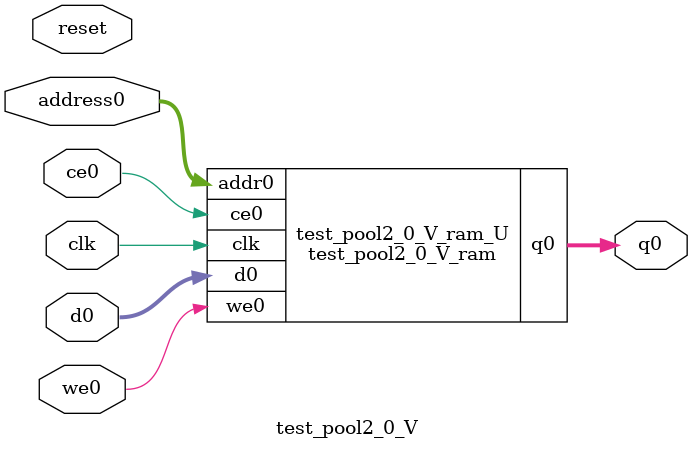
<source format=v>
`timescale 1 ns / 1 ps
module test_pool2_0_V_ram (addr0, ce0, d0, we0, q0,  clk);

parameter DWIDTH = 4;
parameter AWIDTH = 17;
parameter MEM_SIZE = 102400;

input[AWIDTH-1:0] addr0;
input ce0;
input[DWIDTH-1:0] d0;
input we0;
output reg[DWIDTH-1:0] q0;
input clk;

(* ram_style = "block" *)reg [DWIDTH-1:0] ram[0:MEM_SIZE-1];




always @(posedge clk)  
begin 
    if (ce0) begin
        if (we0) 
            ram[addr0] <= d0; 
        q0 <= ram[addr0];
    end
end


endmodule

`timescale 1 ns / 1 ps
module test_pool2_0_V(
    reset,
    clk,
    address0,
    ce0,
    we0,
    d0,
    q0);

parameter DataWidth = 32'd4;
parameter AddressRange = 32'd102400;
parameter AddressWidth = 32'd17;
input reset;
input clk;
input[AddressWidth - 1:0] address0;
input ce0;
input we0;
input[DataWidth - 1:0] d0;
output[DataWidth - 1:0] q0;



test_pool2_0_V_ram test_pool2_0_V_ram_U(
    .clk( clk ),
    .addr0( address0 ),
    .ce0( ce0 ),
    .we0( we0 ),
    .d0( d0 ),
    .q0( q0 ));

endmodule


</source>
